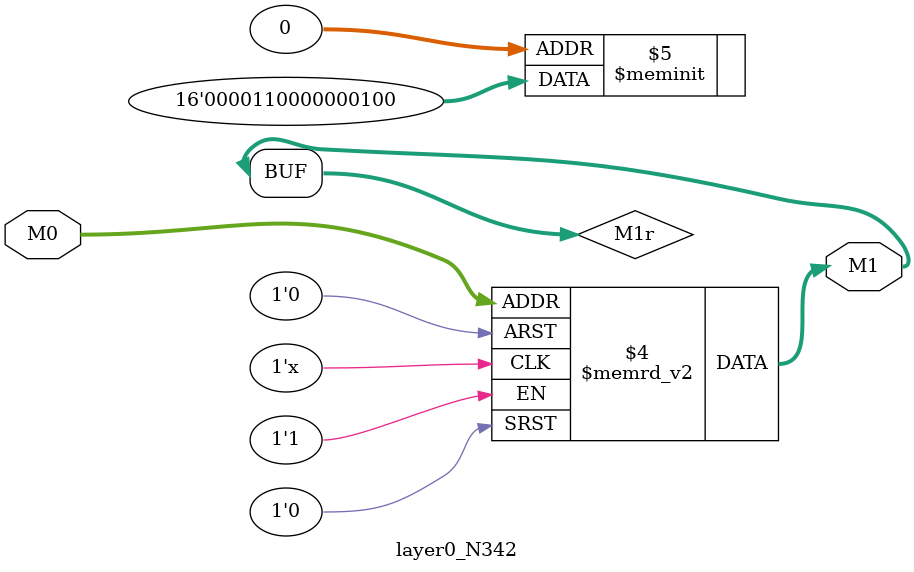
<source format=v>
module layer0_N342 ( input [2:0] M0, output [1:0] M1 );

	(*rom_style = "distributed" *) reg [1:0] M1r;
	assign M1 = M1r;
	always @ (M0) begin
		case (M0)
			3'b000: M1r = 2'b00;
			3'b100: M1r = 2'b00;
			3'b010: M1r = 2'b00;
			3'b110: M1r = 2'b00;
			3'b001: M1r = 2'b01;
			3'b101: M1r = 2'b11;
			3'b011: M1r = 2'b00;
			3'b111: M1r = 2'b00;

		endcase
	end
endmodule

</source>
